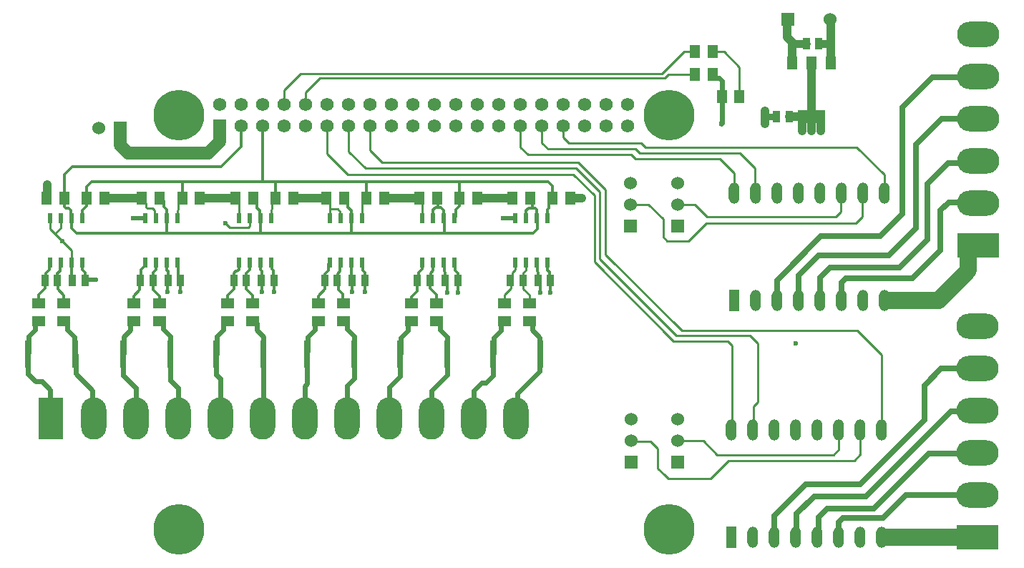
<source format=gbr>
G04*
G04 #@! TF.GenerationSoftware,Altium Limited,Altium Designer,24.0.1 (36)*
G04*
G04 Layer_Physical_Order=4*
G04 Layer_Color=16711680*
%FSLAX25Y25*%
%MOIN*%
G70*
G04*
G04 #@! TF.SameCoordinates,EAEA65AB-E80B-4046-BB69-B77F90F57262*
G04*
G04*
G04 #@! TF.FilePolarity,Positive*
G04*
G01*
G75*
%ADD12C,0.01000*%
%ADD31R,0.05938X0.04750*%
%ADD32R,0.04750X0.05938*%
%ADD33C,0.02362*%
%ADD34C,0.07874*%
%ADD35C,0.01378*%
%ADD36C,0.01968*%
%ADD37C,0.03937*%
%ADD38C,0.06000*%
%ADD39R,0.06000X0.06000*%
%ADD40O,0.19685X0.11811*%
%ADD41R,0.19685X0.11811*%
%ADD42R,0.05000X0.10000*%
%ADD43O,0.05000X0.10000*%
%ADD44R,0.11811X0.19685*%
%ADD45O,0.11811X0.19685*%
%ADD46R,0.06000X0.06000*%
%ADD47C,0.06181*%
%ADD48R,0.06181X0.06181*%
%ADD49C,0.23622*%
%ADD50C,0.02362*%
G04:AMPARAMS|DCode=51|XSize=21.65mil|YSize=49.21mil|CornerRadius=1.95mil|HoleSize=0mil|Usage=FLASHONLY|Rotation=180.000|XOffset=0mil|YOffset=0mil|HoleType=Round|Shape=RoundedRectangle|*
%AMROUNDEDRECTD51*
21,1,0.02165,0.04532,0,0,180.0*
21,1,0.01776,0.04921,0,0,180.0*
1,1,0.00390,-0.00888,0.02266*
1,1,0.00390,0.00888,0.02266*
1,1,0.00390,0.00888,-0.02266*
1,1,0.00390,-0.00888,-0.02266*
%
%ADD51ROUNDEDRECTD51*%
%ADD52R,0.02992X0.12520*%
%ADD53R,0.03740X0.05315*%
%ADD54R,0.04724X0.05906*%
%ADD55R,0.12992X0.05906*%
%ADD56C,0.05906*%
%ADD57C,0.02756*%
%ADD58C,0.03543*%
%ADD59C,0.01181*%
%ADD60C,0.03150*%
D12*
X345669Y223228D02*
Y237008D01*
X301969Y199606D02*
X400394D01*
X413228Y178504D02*
X413386Y178347D01*
X400394Y199606D02*
X413228Y186772D01*
X346063Y196850D02*
X353150Y189764D01*
X300000Y201575D02*
X301969Y199606D01*
X263839Y204272D02*
X266535Y201575D01*
X300000D01*
X297244Y194095D02*
X336614D01*
X343307Y187402D01*
X295276Y196063D02*
X297244Y194095D01*
X299213Y196850D02*
X346063D01*
X297244Y198819D02*
X299213Y196850D01*
X343307Y178347D02*
Y187402D01*
X353150Y178347D02*
Y189764D01*
X413228Y178504D02*
Y186772D01*
X400812Y114148D02*
X412205Y102756D01*
Y67977D02*
Y102756D01*
X352362Y67716D02*
Y78740D01*
X354331Y80709D02*
Y108268D01*
X352362Y78740D02*
X354331Y80709D01*
X342126Y67716D02*
X342520Y68110D01*
Y107087D01*
X340354Y109252D02*
X342520Y107087D01*
X315158Y109252D02*
X340354D01*
X350787Y111811D02*
X354331Y108268D01*
X316535Y111811D02*
X350787D01*
X318922Y114148D02*
X400812D01*
X283465Y149606D02*
Y179921D01*
Y149606D02*
X318922Y114148D01*
X280709Y147638D02*
X316535Y111811D01*
X280709Y147638D02*
Y178740D01*
X247244Y196063D02*
X295276D01*
X243839Y199469D02*
Y209547D01*
Y199469D02*
X247244Y196063D01*
X253839Y201673D02*
Y209547D01*
Y201673D02*
X256693Y198819D01*
X297244D01*
X263839Y204272D02*
Y209547D01*
X338583Y244094D02*
X345669Y237008D01*
X333271Y244094D02*
X338583D01*
X312598Y233465D02*
X324803D01*
X324997Y244094D02*
X325197D01*
X320079D02*
X324997D01*
X311024Y231890D02*
X312598Y233465D01*
X150394Y231890D02*
X311024D01*
X143839Y225335D02*
X150394Y231890D01*
X143839Y219547D02*
Y225335D01*
X133839Y219547D02*
Y226358D01*
X309874Y233890D02*
X320079Y244094D01*
X133839Y226358D02*
X141370Y233890D01*
X309874D01*
X278346Y146063D02*
X315158Y109252D01*
X389764Y56299D02*
X392205Y58740D01*
Y67716D01*
X270866Y192520D02*
X283465Y179921D01*
X269685Y189764D02*
X280709Y178740D01*
X179528Y192520D02*
X270866D01*
X163779Y197638D02*
X171653Y189764D01*
X269685D01*
X163779Y197638D02*
Y209055D01*
X173839Y198209D02*
Y209272D01*
Y198209D02*
X179528Y192520D01*
X268504Y187008D02*
X278346Y177165D01*
Y146063D02*
Y177165D01*
X163386Y187008D02*
X268504D01*
X153839Y196555D02*
X163386Y187008D01*
X153839Y196555D02*
Y209547D01*
X173839Y209272D02*
X174016Y209449D01*
X402205Y67559D02*
X402362Y67716D01*
X402205Y56535D02*
Y67559D01*
X399213Y53543D02*
X402205Y56535D01*
X332283Y45276D02*
X340551Y53543D01*
X399213D01*
X312598Y45276D02*
X332283D01*
X311024Y46850D02*
X312598Y45276D01*
X311024Y46850D02*
Y46850D01*
X307874Y50000D02*
X311024Y46850D01*
X304331Y62598D02*
X307874Y59055D01*
Y50000D02*
Y59055D01*
X295512Y62598D02*
X304331D01*
X295276Y62835D02*
X295512Y62598D01*
X335433Y56299D02*
X389764D01*
X316929Y62835D02*
X328898D01*
X335433Y56299D01*
X403150Y167323D02*
Y177953D01*
X400000Y164173D02*
X403150Y167323D01*
X330315Y164173D02*
X400000D01*
X322047Y155905D02*
X330315Y164173D01*
X312205Y155905D02*
X322047D01*
X310236Y157874D02*
X312205Y155905D01*
X310236Y157874D02*
Y166142D01*
X294881Y172992D02*
X303386D01*
X310236Y166142D01*
X390748Y167323D02*
X392913Y169488D01*
Y177362D01*
X330709Y167323D02*
X390748D01*
X325040Y172992D02*
X330709Y167323D01*
X316928Y172992D02*
X325040D01*
X373228Y128347D02*
X373228Y128347D01*
X23067Y175981D02*
X23228Y176142D01*
X241405Y145851D02*
X241516Y145961D01*
X241405Y142586D02*
Y145851D01*
X239986Y141167D02*
X241405Y142586D01*
X239173Y137595D02*
X239986Y138407D01*
Y141167D01*
X246457Y142520D02*
Y146063D01*
X244882Y140945D02*
X246457Y142520D01*
X244882Y137792D02*
Y140945D01*
Y137792D02*
X245079Y137595D01*
Y133661D02*
Y137595D01*
Y133661D02*
X248031Y130709D01*
Y126969D02*
Y130709D01*
Y126969D02*
X248031Y126969D01*
X236221Y130709D02*
X239370Y133858D01*
Y137402D01*
X236221Y126969D02*
Y130709D01*
X67716Y175206D02*
Y175984D01*
X40945Y137795D02*
X40984D01*
X251516Y145961D02*
X251575Y145902D01*
X212992Y145669D02*
X213386Y145276D01*
X169902Y145961D02*
X170484Y145378D01*
X164902Y137854D02*
X164961Y137795D01*
X198209Y166630D02*
Y174587D01*
X198425Y174803D01*
X154902Y170866D02*
Y175020D01*
Y166630D02*
Y170866D01*
X158661D01*
X159843Y169685D01*
Y166690D02*
Y169685D01*
Y166690D02*
X159902Y166630D01*
X154331Y175591D02*
X154902Y175020D01*
X116993Y162205D02*
X117579Y162791D01*
X108268Y162205D02*
X116993D01*
X117579Y162791D02*
Y166630D01*
X106299Y164173D02*
X108268Y162205D01*
X112579Y166630D02*
Y175571D01*
X112598Y175591D01*
X69291Y171846D02*
Y173632D01*
Y171846D02*
X69877Y171260D01*
X72441D01*
X67716Y175206D02*
X69291Y173632D01*
X73512Y167213D02*
Y170189D01*
X72441Y171260D02*
X73512Y170189D01*
Y167213D02*
X74094Y166630D01*
X30315Y155905D02*
X34636Y151585D01*
X24626Y161594D02*
X30315Y155905D01*
X249213Y175591D02*
X250107Y174696D01*
X170169Y170563D02*
Y173512D01*
X169902Y170295D02*
X170169Y170563D01*
X171460Y174803D02*
X171653D01*
X170169Y173512D02*
X171460Y174803D01*
X169902Y166630D02*
Y170295D01*
X127953Y170866D02*
Y175591D01*
X127579Y170492D02*
X127953Y170866D01*
X127579Y166630D02*
Y170492D01*
X29626Y161909D02*
Y166630D01*
X27165Y159449D02*
X29626Y161909D01*
X24626Y161594D02*
Y166630D01*
X34636Y145971D02*
Y151585D01*
X34626Y145961D02*
X34636Y145971D01*
X84095Y170315D02*
X84362Y170582D01*
Y175700D02*
X84646Y175984D01*
X84362Y170582D02*
Y175700D01*
X84095Y166630D02*
Y170315D01*
X239957Y175981D02*
X240154D01*
X240158Y175984D01*
X196650Y175981D02*
X196847D01*
X196850Y175984D01*
X153343Y175981D02*
X153540D01*
X153543Y175984D01*
X111020Y175981D02*
X111024Y175984D01*
X50043Y175981D02*
X50046Y175984D01*
X34626Y138048D02*
X35079Y137595D01*
D31*
X248031Y118694D02*
D03*
Y126969D02*
D03*
X236221Y118694D02*
D03*
Y126969D02*
D03*
X204724Y118694D02*
D03*
Y126969D02*
D03*
X192913Y118694D02*
D03*
Y126969D02*
D03*
X161417Y118694D02*
D03*
Y126969D02*
D03*
X149606Y118694D02*
D03*
Y126969D02*
D03*
X119095Y118694D02*
D03*
Y126969D02*
D03*
X107283Y118694D02*
D03*
Y126969D02*
D03*
X75610Y118694D02*
D03*
Y126969D02*
D03*
X63799Y118694D02*
D03*
Y126969D02*
D03*
X31142Y118694D02*
D03*
Y126969D02*
D03*
X19331Y118694D02*
D03*
Y126969D02*
D03*
D32*
X266933Y175981D02*
D03*
X258658D02*
D03*
X239957D02*
D03*
X248232D02*
D03*
X223625D02*
D03*
X215351D02*
D03*
X196650D02*
D03*
X204925D02*
D03*
X180318D02*
D03*
X172044D02*
D03*
X153343D02*
D03*
X161618D02*
D03*
X137996D02*
D03*
X129721D02*
D03*
X111020D02*
D03*
X119295D02*
D03*
X94511D02*
D03*
X86237D02*
D03*
X67536D02*
D03*
X75810D02*
D03*
X50043D02*
D03*
X41768D02*
D03*
X23067D02*
D03*
X31342D02*
D03*
X345869Y223228D02*
D03*
X337595D02*
D03*
X333271Y233465D02*
D03*
X324997D02*
D03*
X333271Y244094D02*
D03*
X324997D02*
D03*
D33*
X337595Y210823D02*
Y223228D01*
X337402Y210630D02*
X337595Y210823D01*
X337402Y222835D02*
X337795Y223228D01*
X352205Y67874D02*
X352362Y67716D01*
X337795Y223622D02*
Y230506D01*
X336411Y231890D02*
X337795Y230506D01*
X334465Y231890D02*
X336411D01*
X333271Y233084D02*
Y233465D01*
Y233084D02*
X334465Y231890D01*
X372126Y68032D02*
X372441Y67716D01*
X241732Y73228D02*
X242508Y74004D01*
Y85028D02*
X252815Y95335D01*
X242508Y74004D02*
Y85028D01*
X252815Y95335D02*
Y103354D01*
X252860Y103400D01*
X231102Y93307D02*
Y103150D01*
X227559Y89764D02*
X231102Y93307D01*
X222047Y86221D02*
X225591Y89764D01*
X227559D01*
X222047Y73228D02*
Y86221D01*
X202362Y73228D02*
Y86221D01*
X209842Y93701D02*
Y102362D01*
X202362Y86221D02*
X209842Y93701D01*
X182677Y74410D02*
Y87795D01*
X187815Y92933D01*
Y103146D01*
X163183Y73419D02*
Y88380D01*
X166535Y91732D02*
Y103543D01*
X163183Y88380D02*
X166535Y91732D01*
X162992Y73228D02*
X163183Y73419D01*
X166516Y103543D02*
Y111437D01*
X144488Y89370D02*
Y102756D01*
X143307Y88189D02*
X144488Y89370D01*
X143307Y73228D02*
Y88189D01*
X123907Y73337D02*
Y102861D01*
Y73337D02*
X124016Y73228D01*
X123907Y102861D02*
X124193Y103146D01*
X103937Y73622D02*
Y91732D01*
X102185Y93484D02*
X103937Y91732D01*
X102185Y93484D02*
Y103146D01*
X84252Y72835D02*
Y87402D01*
X80709Y90945D02*
X84252Y87402D01*
X80709Y90945D02*
Y103146D01*
X58701Y93268D02*
X64567Y87402D01*
Y73228D02*
X64961Y72835D01*
X64567Y73228D02*
Y87402D01*
X58701Y93268D02*
Y103146D01*
X36555Y94153D02*
X44488Y86221D01*
Y74016D02*
Y86221D01*
X36240Y103146D02*
X36555Y102831D01*
Y94153D02*
Y102831D01*
X24803Y73622D02*
Y86614D01*
X17895Y90372D02*
X21045D01*
X24803Y86614D01*
X14232Y94035D02*
Y103146D01*
Y94035D02*
X17895Y90372D01*
X148031Y117402D02*
Y117500D01*
Y114567D02*
Y117402D01*
X252860Y103400D02*
Y110919D01*
X248031Y118694D02*
X248180D01*
X249374Y114406D02*
Y117500D01*
Y114406D02*
X252860Y110919D01*
X248180Y118694D02*
X249374Y117500D01*
X231122Y103146D02*
X231411Y103436D01*
X234646Y114134D02*
Y117500D01*
X231411Y103436D02*
Y110899D01*
X234646Y114134D01*
Y117500D02*
X235840Y118694D01*
X236221D01*
X209553Y103797D02*
Y111313D01*
X206299Y114567D02*
Y117500D01*
Y114567D02*
X209553Y111313D01*
X205105Y118694D02*
X206299Y117500D01*
X204724Y118694D02*
X205105D01*
X188084Y103416D02*
Y110919D01*
X191339Y114173D01*
Y117500D01*
X187815Y103146D02*
X188084Y103416D01*
X191339Y117500D02*
X192533Y118694D01*
X192913D01*
X161959D02*
X163153Y117500D01*
X161417Y118694D02*
X161959D01*
X163153Y114799D02*
X166516Y111437D01*
X163153Y114799D02*
Y117500D01*
X148031D02*
X149225Y118694D01*
X149606D01*
X144581Y111116D02*
X148031Y114567D01*
X144581Y104403D02*
Y111116D01*
X105512Y114567D02*
Y117500D01*
X102356Y103317D02*
Y111411D01*
X105512Y114567D01*
Y117500D02*
X106706Y118694D01*
X107283D01*
X120882Y114551D02*
X124193Y111240D01*
X120882Y114551D02*
Y117500D01*
X124193Y103146D02*
Y111240D01*
X119688Y118694D02*
X120882Y117500D01*
X119095Y118694D02*
X119688D01*
X102185Y103146D02*
X102356Y103317D01*
X80626Y103229D02*
Y111500D01*
X75610Y118694D02*
X76142D01*
X77336Y117500D01*
Y114790D02*
Y117500D01*
Y114790D02*
X80626Y111500D01*
Y103229D02*
X80709Y103146D01*
X58960Y111323D02*
X62205Y114567D01*
Y117500D01*
X58960Y103406D02*
Y111323D01*
X62205Y117500D02*
X63399Y118694D01*
X63799D01*
X58701Y103146D02*
X58960Y103406D01*
X14547Y111398D02*
X17717Y114567D01*
X14547Y103858D02*
Y111398D01*
X17717Y114567D02*
Y117500D01*
X32661Y114583D02*
X36148Y111096D01*
X32661Y114583D02*
Y117500D01*
X31142Y118694D02*
X31467D01*
X36148Y103242D02*
Y111096D01*
X31467Y118694D02*
X32661Y117500D01*
X18911Y118694D02*
X19331D01*
X17717Y117500D02*
X18911Y118694D01*
D34*
X452278Y151969D02*
X454247Y153937D01*
X457087D01*
X452278Y142042D02*
Y151969D01*
X438583Y128347D02*
X452278Y142042D01*
X414665Y128347D02*
X438583D01*
X413779Y17717D02*
X456693D01*
D35*
X149134Y118504D02*
X150000D01*
X148031Y117402D02*
X149134Y118504D01*
X147638Y117008D02*
X148031Y117402D01*
X123839Y183429D02*
Y209547D01*
X104390Y190610D02*
X113779Y200000D01*
Y209449D01*
X35098Y190610D02*
X104390D01*
X209654Y132078D02*
X209842Y131890D01*
X209654Y132078D02*
Y136602D01*
X208661Y137595D02*
X209654Y136602D01*
X251969Y137595D02*
X252961Y136602D01*
Y132078D02*
Y136602D01*
Y132078D02*
X253150Y131890D01*
X251969Y137595D02*
Y141339D01*
X123031Y137595D02*
X123228Y137398D01*
Y132283D02*
Y137398D01*
X256485Y145930D02*
X256516Y145961D01*
X256485Y142334D02*
X257307Y141512D01*
X256485Y142334D02*
Y145930D01*
X257307Y138162D02*
X257874Y137595D01*
X257307Y138162D02*
Y141512D01*
X85433Y132283D02*
X85443Y132293D01*
X85433Y137402D02*
X85443Y137392D01*
Y132293D02*
Y137392D01*
X79528Y137402D02*
X79537Y137392D01*
X79528Y132283D02*
X79537Y132293D01*
Y137392D01*
X129134Y132283D02*
Y137795D01*
X39764Y142520D02*
Y146063D01*
X196285Y138017D02*
Y141167D01*
X196063Y137795D02*
X196285Y138017D01*
Y141167D02*
X198031Y142913D01*
Y145784D01*
X198209Y145961D01*
X203150Y142126D02*
Y146063D01*
X203543Y146457D01*
X201969Y140945D02*
X203150Y142126D01*
X201969Y137792D02*
Y140945D01*
X201772Y137595D02*
X201969Y137792D01*
X201575Y133858D02*
Y137402D01*
X204724Y126969D02*
Y130709D01*
X201575Y133858D02*
X204724Y130709D01*
X192913Y129921D02*
X195669Y132677D01*
Y137008D01*
X192913Y126969D02*
X192913Y126969D01*
Y129921D01*
X154331Y145276D02*
X155118Y146063D01*
X154331Y142126D02*
Y145276D01*
X152756Y140551D02*
X154331Y142126D01*
X152756Y137792D02*
Y140551D01*
X152559Y137595D02*
X152756Y137792D01*
X159843Y141732D02*
Y146063D01*
X158661Y140551D02*
X159843Y141732D01*
X158661Y137792D02*
Y140551D01*
X158465Y137595D02*
X158661Y137792D01*
X161024Y127559D02*
X161417Y127165D01*
X161024Y127559D02*
Y131102D01*
X159055Y133071D02*
X161024Y131102D01*
X158465Y137595D02*
X159055Y137004D01*
Y133071D02*
Y137004D01*
X152756Y133465D02*
Y137402D01*
X149606Y130315D02*
X152756Y133465D01*
X149606Y126969D02*
Y130315D01*
X122643Y142429D02*
X123228Y141843D01*
X122643Y142429D02*
Y145897D01*
X122579Y145961D02*
X122643Y145897D01*
X105118Y117008D02*
X106220Y118110D01*
X107480D01*
X116142Y133465D02*
Y137402D01*
Y133465D02*
X119095Y130512D01*
Y126969D02*
Y130512D01*
X110236Y137595D02*
Y140945D01*
Y133465D02*
Y137595D01*
X107283Y130512D02*
X110236Y133465D01*
X107283Y126969D02*
Y130512D01*
X116142Y140945D02*
X117579Y142382D01*
Y145961D01*
X116142Y137595D02*
Y140945D01*
X112598Y142520D02*
Y146063D01*
X111811Y141732D02*
X112598Y142520D01*
X110236Y140945D02*
X111024Y141732D01*
X111811D01*
X127579Y145961D02*
X127972Y145568D01*
Y142894D02*
X128740Y142126D01*
X127972Y142894D02*
Y145568D01*
X128740Y137795D02*
Y142126D01*
X72658Y133248D02*
X75591Y130315D01*
Y127165D02*
Y130315D01*
X72658Y133248D02*
Y137595D01*
X66535Y137402D02*
X66929Y137795D01*
Y142418D01*
X66535Y133071D02*
Y137402D01*
X63799Y126969D02*
Y130335D01*
X66535Y133071D01*
X257874Y131890D02*
Y137402D01*
X251575Y141732D02*
X251969Y141339D01*
X251575Y141732D02*
Y145902D01*
X214567Y131890D02*
Y137402D01*
X213386Y142126D02*
Y145276D01*
Y142126D02*
X214567Y140945D01*
Y137595D02*
Y140945D01*
X208268Y141732D02*
Y145669D01*
X208661Y137595D02*
Y141339D01*
X208268Y141732D02*
X208661Y141339D01*
X171260Y137795D02*
Y141339D01*
X170484Y142114D02*
Y145378D01*
Y142114D02*
X171260Y141339D01*
X164902Y137854D02*
Y145961D01*
X171260Y132283D02*
Y137402D01*
X165354Y132283D02*
Y137402D01*
X123228Y138189D02*
Y141843D01*
X84095Y145961D02*
X84173Y146040D01*
X79114Y146083D02*
X79134Y146063D01*
X84095Y145961D02*
X84252Y145804D01*
Y138583D02*
Y145804D01*
Y138583D02*
X85039Y137795D01*
X79134Y142126D02*
Y145669D01*
X79547Y137595D02*
Y141713D01*
X79134Y142126D02*
X79547Y141713D01*
X74016Y145276D02*
X74410Y145669D01*
X74016Y142520D02*
Y145276D01*
X72835Y141339D02*
X74016Y142520D01*
X72835Y137772D02*
Y141339D01*
X72658Y137595D02*
X72835Y137772D01*
X66929Y142418D02*
X68898Y144386D01*
Y145669D01*
X40984Y137795D02*
Y141299D01*
X28189Y137795D02*
Y140753D01*
X28346Y133465D02*
Y137795D01*
X31142Y126969D02*
Y130669D01*
X28346Y133465D02*
X31142Y130669D01*
X19331Y130748D02*
X22441Y133858D01*
Y137402D01*
X19331Y126969D02*
Y130748D01*
X24476Y142586D02*
Y145811D01*
X22835Y140945D02*
X24476Y142586D01*
Y145811D02*
X24626Y145961D01*
X22835Y138146D02*
Y140945D01*
X28189Y140753D02*
X29437Y142001D01*
Y145579D02*
X29528Y145669D01*
X29437Y142001D02*
Y145579D01*
X39764Y142520D02*
X40984Y141299D01*
X34626Y138048D02*
Y145961D01*
X31342Y186854D02*
X35098Y190610D01*
X31342Y175981D02*
Y186854D01*
D36*
X40984Y137795D02*
X46063D01*
X235827Y166535D02*
X240945D01*
X63386D02*
X68898D01*
D37*
X357830Y210616D02*
Y213766D01*
X375197Y207087D02*
Y212598D01*
X374803Y213766D02*
X379484D01*
X374803Y212992D02*
X375197Y212598D01*
X369149Y213766D02*
X374803D01*
X379134Y212782D02*
X379528D01*
Y207087D02*
Y212782D01*
X267323Y175984D02*
X272441D01*
X379484Y213766D02*
X379484Y213766D01*
X388539Y248031D02*
Y258254D01*
Y238963D02*
Y248031D01*
X368066Y250774D02*
Y258254D01*
X357830Y213766D02*
Y216522D01*
X370428Y238963D02*
Y247231D01*
X368066Y250774D02*
X370428Y248412D01*
X379484Y213766D02*
Y238963D01*
X383814Y207073D02*
Y212782D01*
X23228Y176142D02*
Y182283D01*
X50046Y175984D02*
X67716D01*
X223625Y175981D02*
X239957D01*
X180318D02*
X196650D01*
X137996D02*
X153343D01*
X94511D02*
X111020D01*
D38*
X47244Y208661D02*
D03*
X294881Y172992D02*
D03*
Y182992D02*
D03*
X316928Y172992D02*
D03*
Y182992D02*
D03*
X316929Y62835D02*
D03*
Y72835D02*
D03*
X295276Y62835D02*
D03*
Y72835D02*
D03*
X388145Y259042D02*
D03*
D39*
X57244Y208661D02*
D03*
X368460Y259042D02*
D03*
D40*
X456693Y116142D02*
D03*
Y96457D02*
D03*
Y76772D02*
D03*
Y57087D02*
D03*
Y37402D02*
D03*
X457087Y173622D02*
D03*
Y193307D02*
D03*
Y212992D02*
D03*
Y232677D02*
D03*
Y252362D02*
D03*
D41*
X456693Y17717D02*
D03*
X457087Y153937D02*
D03*
D42*
X342205Y17717D02*
D03*
X343228Y128347D02*
D03*
D43*
X352205Y17717D02*
D03*
X362205D02*
D03*
X372205D02*
D03*
X382205D02*
D03*
X392205D02*
D03*
X402205D02*
D03*
X412205D02*
D03*
X342205Y67716D02*
D03*
X352205D02*
D03*
X362205D02*
D03*
X372205D02*
D03*
X382205D02*
D03*
X392205D02*
D03*
X402205D02*
D03*
X412205D02*
D03*
X413228Y178347D02*
D03*
X403228D02*
D03*
X393228D02*
D03*
X383228D02*
D03*
X373228D02*
D03*
X363228D02*
D03*
X353228D02*
D03*
X343228D02*
D03*
X413228Y128347D02*
D03*
X403228D02*
D03*
X393228D02*
D03*
X383228D02*
D03*
X373228D02*
D03*
X363228D02*
D03*
X353228D02*
D03*
D44*
X25197Y73228D02*
D03*
D45*
X44882D02*
D03*
X64567D02*
D03*
X84252D02*
D03*
X103937D02*
D03*
X123622D02*
D03*
X143307D02*
D03*
X162992D02*
D03*
X182677D02*
D03*
X202362D02*
D03*
X222047D02*
D03*
X241732D02*
D03*
D46*
X294881Y162992D02*
D03*
X316928D02*
D03*
X316929Y52835D02*
D03*
X295276D02*
D03*
D47*
X293839Y219547D02*
D03*
X283839D02*
D03*
X273839D02*
D03*
X263839D02*
D03*
X253839D02*
D03*
X243839D02*
D03*
X233839D02*
D03*
X223839D02*
D03*
X213839D02*
D03*
X203839D02*
D03*
X193839D02*
D03*
X183839D02*
D03*
X173839D02*
D03*
X163839D02*
D03*
X153839D02*
D03*
X143839D02*
D03*
X133839D02*
D03*
X123839D02*
D03*
X113839D02*
D03*
X103839D02*
D03*
X293839Y209547D02*
D03*
X283839D02*
D03*
X273839D02*
D03*
X263839D02*
D03*
X253839D02*
D03*
X243839D02*
D03*
X233839D02*
D03*
X223839D02*
D03*
X213839D02*
D03*
X203839D02*
D03*
X193839D02*
D03*
X183839D02*
D03*
X173839D02*
D03*
X163839D02*
D03*
X153839D02*
D03*
X143839D02*
D03*
X133839D02*
D03*
X123839D02*
D03*
X113839D02*
D03*
D48*
X103839D02*
D03*
D49*
X312992Y21654D02*
D03*
Y214567D02*
D03*
X84646D02*
D03*
Y21654D02*
D03*
D50*
X337402Y210630D02*
D03*
X372047Y108268D02*
D03*
X379528Y207087D02*
D03*
X375197D02*
D03*
X383858D02*
D03*
X357874Y210630D02*
D03*
Y216535D02*
D03*
X272441Y175984D02*
D03*
X209842Y131890D02*
D03*
X253150D02*
D03*
X23228Y182283D02*
D03*
X123228Y132283D02*
D03*
X85433D02*
D03*
X79528D02*
D03*
X257874Y131890D02*
D03*
X214567D02*
D03*
X171260Y132283D02*
D03*
X165354D02*
D03*
X129134D02*
D03*
X235827Y166535D02*
D03*
X106299Y164173D02*
D03*
X63386Y166535D02*
D03*
X30315Y155905D02*
D03*
X231890Y175984D02*
D03*
X188583D02*
D03*
X145669D02*
D03*
X102756D02*
D03*
X59255D02*
D03*
X46063Y137795D02*
D03*
D51*
X256516Y145961D02*
D03*
X251516D02*
D03*
X246516D02*
D03*
X241516D02*
D03*
X256516Y166630D02*
D03*
X251516D02*
D03*
X246516D02*
D03*
X241516D02*
D03*
X198209D02*
D03*
X203209D02*
D03*
X208209D02*
D03*
X213209D02*
D03*
X198209Y145961D02*
D03*
X203209D02*
D03*
X208209D02*
D03*
X213209D02*
D03*
X154902Y166630D02*
D03*
X159902D02*
D03*
X164902D02*
D03*
X169902D02*
D03*
X154902Y145961D02*
D03*
X159902D02*
D03*
X164902D02*
D03*
X169902D02*
D03*
X112579Y166630D02*
D03*
X117579D02*
D03*
X122579D02*
D03*
X127579D02*
D03*
X112579Y145961D02*
D03*
X117579D02*
D03*
X122579D02*
D03*
X127579D02*
D03*
X69095Y166630D02*
D03*
X74094D02*
D03*
X79094D02*
D03*
X84095D02*
D03*
X69095Y145961D02*
D03*
X74094D02*
D03*
X79094D02*
D03*
X84095D02*
D03*
X24626Y166630D02*
D03*
X29626D02*
D03*
X34626D02*
D03*
X39626D02*
D03*
X24626Y145961D02*
D03*
X29626D02*
D03*
X34626D02*
D03*
X39626D02*
D03*
D52*
X231122Y103146D02*
D03*
X253130D02*
D03*
X187815D02*
D03*
X209823D02*
D03*
X144508D02*
D03*
X166516D02*
D03*
X102185D02*
D03*
X124193D02*
D03*
X58701D02*
D03*
X80709D02*
D03*
X14232D02*
D03*
X36240D02*
D03*
D53*
X245079Y137595D02*
D03*
X239173D02*
D03*
X251969D02*
D03*
X257874D02*
D03*
X201772D02*
D03*
X195866D02*
D03*
X208661D02*
D03*
X214567D02*
D03*
X158465D02*
D03*
X152559D02*
D03*
X165354D02*
D03*
X171260D02*
D03*
X116142D02*
D03*
X110236D02*
D03*
X123031D02*
D03*
X128937D02*
D03*
X72658D02*
D03*
X66752D02*
D03*
X79547D02*
D03*
X85453D02*
D03*
X22284D02*
D03*
X28189D02*
D03*
X40984D02*
D03*
X35079D02*
D03*
X376969Y248031D02*
D03*
X382874D02*
D03*
X363145Y213766D02*
D03*
X369051D02*
D03*
D54*
X370428Y238963D02*
D03*
X379484D02*
D03*
X388539D02*
D03*
D55*
X379484Y213766D02*
D03*
D56*
X103839Y202264D02*
Y208169D01*
X98425Y196850D02*
X103839Y202264D01*
X61024Y196850D02*
X98425D01*
X57244Y200630D02*
X61024Y196850D01*
X57244Y200630D02*
Y208661D01*
D57*
X408268Y31102D02*
X434125Y56960D01*
X401968Y42520D02*
X431890Y72441D01*
X456693Y96457D02*
X457087D01*
X423228Y37402D02*
X456693D01*
X412598Y26772D02*
X423228Y37402D01*
X431890Y72441D02*
Y88583D01*
X447762Y56960D02*
X448229Y57427D01*
X404724Y37008D02*
X444331Y76614D01*
X431890Y88583D02*
X439764Y96457D01*
X386614Y31102D02*
X408268D01*
X434125Y56960D02*
X447762D01*
X376772Y42520D02*
X401968D01*
X448229Y57427D02*
X448372D01*
X380709Y37008D02*
X404724D01*
X394094Y26772D02*
X412598D01*
X427953Y200787D02*
X440158Y212992D01*
X415354Y149213D02*
X427953Y161811D01*
Y200787D01*
X382677Y149213D02*
X415354D01*
X373228Y139764D02*
X382677Y149213D01*
X388189Y143701D02*
X420472D01*
X433465Y156693D01*
Y182677D01*
X383228Y138740D02*
X388189Y143701D01*
X426378Y138583D02*
X439370Y151575D01*
X393228Y136535D02*
X395276Y138583D01*
X426378D01*
X439370Y151575D02*
Y170079D01*
X421654Y168504D02*
Y218110D01*
X435827Y232283D01*
X456693D01*
X440158Y212992D02*
X457087D01*
X411417Y158268D02*
X421654Y168504D01*
X383858Y158268D02*
X411417D01*
X363228Y137638D02*
X383858Y158268D01*
X373228Y128347D02*
Y139764D01*
X443110Y192323D02*
X456102D01*
X433465Y182677D02*
X443110Y192323D01*
X456102D02*
X456693Y192913D01*
X363228Y128347D02*
Y137638D01*
X383228Y128347D02*
Y138740D01*
X443307Y174016D02*
X457087D01*
X439370Y170079D02*
X443307Y174016D01*
X393228Y128347D02*
Y136535D01*
X444331Y76614D02*
X456536D01*
X456693Y76772D01*
X372441Y17953D02*
Y28740D01*
X380709Y37008D01*
X382677Y27165D02*
X386614Y31102D01*
X362205Y27953D02*
X376772Y42520D01*
X439764Y96457D02*
X456693D01*
X362205Y17717D02*
Y27953D01*
X372205Y17717D02*
X372441Y17953D01*
X392205Y24882D02*
X394094Y26772D01*
X392205Y17717D02*
Y24882D01*
X382677Y18189D02*
Y27165D01*
X382205Y17717D02*
X382677Y18189D01*
D58*
X382874Y248031D02*
X388539D01*
X370428D02*
X376969D01*
D59*
X123839Y183429D02*
X129528D01*
X86237D02*
X123839D01*
X41732Y175984D02*
Y181102D01*
X44058Y183429D02*
X86237D01*
X41732Y181102D02*
X44058Y183429D01*
X39567Y166535D02*
X39665Y166634D01*
X86237Y175981D02*
Y183429D01*
X249213Y171260D02*
X250787D01*
X247638D02*
X249213D01*
Y173622D01*
X250787Y171260D02*
X251516Y170531D01*
X246516Y170138D02*
X247638Y171260D01*
X246516Y166630D02*
Y170138D01*
X205512Y171653D02*
X206693D01*
X204449D02*
X205512D01*
Y174409D01*
X203209Y170413D02*
X204449Y171653D01*
X203209Y166630D02*
Y170413D01*
X77165Y175197D02*
X77685Y174677D01*
Y171921D02*
Y174677D01*
X257085Y174014D02*
X258661Y175591D01*
X257085Y171258D02*
Y174014D01*
X256516Y170689D02*
X257085Y171258D01*
X256516Y166630D02*
Y170689D01*
X251516Y166630D02*
Y170531D01*
X215354Y172047D02*
Y175197D01*
X213791Y170484D02*
X215354Y172047D01*
X213791Y167213D02*
Y170484D01*
X213209Y166630D02*
X213791Y167213D01*
X164961Y159449D02*
X249606D01*
X208268Y159843D02*
Y166571D01*
X208209Y166630D02*
X208268Y166571D01*
X206800Y171547D02*
X208209Y170138D01*
Y166630D02*
Y170138D01*
X215351Y183429D02*
X256722D01*
X172044D02*
X215351D01*
Y175981D02*
Y183429D01*
X172044Y175981D02*
Y183429D01*
X129564D02*
X172044D01*
X163493Y171547D02*
X164961Y170079D01*
Y166929D02*
Y170079D01*
X163493Y171547D02*
Y174106D01*
X161618Y175981D02*
X163493Y174106D01*
X122835Y159449D02*
X164961D01*
X164902Y159508D02*
X164961Y159449D01*
X164902Y159508D02*
Y166630D01*
X79134Y159449D02*
X122835D01*
X122579Y159705D02*
Y166630D01*
Y159705D02*
X122835Y159449D01*
X129721Y175981D02*
Y183271D01*
X122441Y167323D02*
Y170079D01*
X119295Y175981D02*
X121170Y174106D01*
Y171350D02*
Y174106D01*
Y171350D02*
X122441Y170079D01*
X256722Y183429D02*
X258658Y181493D01*
Y175981D02*
Y181493D01*
X77685Y171921D02*
X79134Y170472D01*
Y166929D02*
Y170472D01*
X34449Y166630D02*
Y170276D01*
X37008Y159449D02*
X79134D01*
X79094Y159488D02*
Y166630D01*
Y159488D02*
X79134Y159449D01*
X251575Y161417D02*
Y166535D01*
X249606Y159449D02*
X251575Y161417D01*
X34626Y161831D02*
Y166630D01*
Y161831D02*
X37008Y159449D01*
X39665Y166634D02*
Y170079D01*
X41684Y172098D01*
Y175897D01*
X31342Y171846D02*
X31928Y171260D01*
X33465D02*
X34449Y170276D01*
X31342Y171846D02*
Y175981D01*
X31928Y171260D02*
X33465D01*
D60*
X357830Y213766D02*
X363145D01*
M02*

</source>
